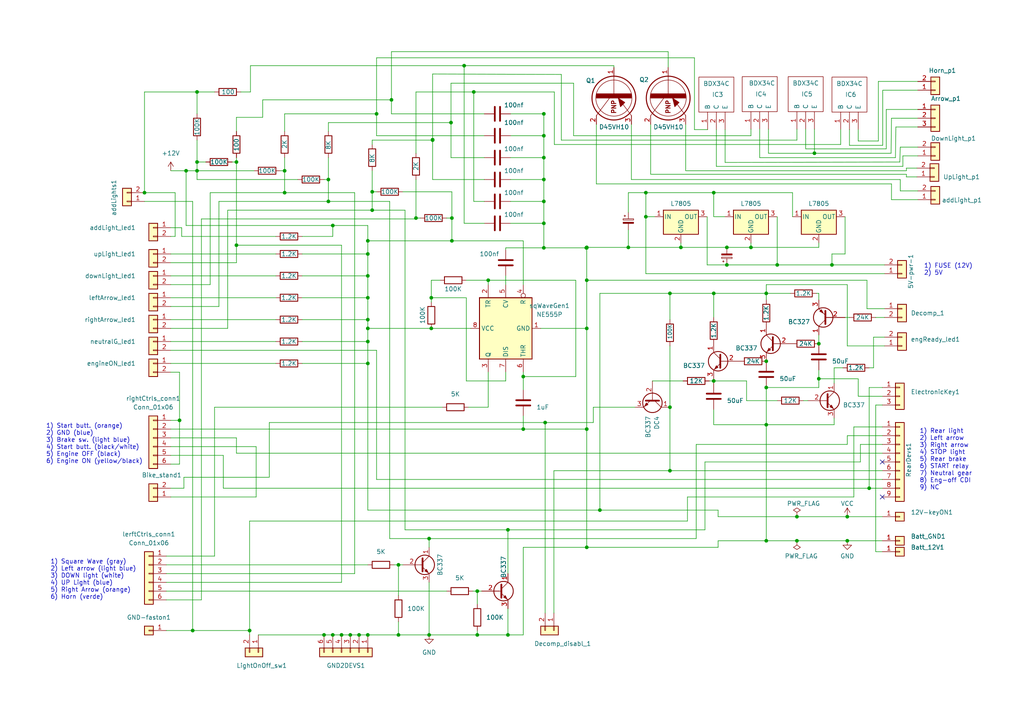
<source format=kicad_sch>
(kicad_sch (version 20211123) (generator eeschema)
  (paper "A4")
  (title_block (title "Motorbike lights and services controller") (date "2022-08-24") (rev "4.0") (company "Panicosoft") (comment 1 "Everything in a single board (With BDX34C PNP transistors). No daylight") (comment 2 "Additional front light management added") (comment 3 "12/5V DC converter added. (For USB recharger)") (comment 4 "Bike-stand and decompressor management circuit added") (comment 5 "Electronic key-lock management added"))
  (junction (at 157.734 39.37))
  (junction (at 125.095 86.36))
  (junction (at 170.18 71.882))
  (junction (at 225.425 76.835))
  (junction (at 131.064 63.246))
  (junction (at 109.22 33.02))
  (junction (at 217.805 71.755))
  (junction (at 194.31 118.11))
  (junction (at 237.49 99.695))
  (junction (at 157.734 71.882))
  (junction (at 147.32 184.15))
  (junction (at 210.82 71.755))
  (junction (at 53.975 49.53))
  (junction (at 157.734 52.07))
  (junction (at 101.6 184.15))
  (junction (at 231.14 156.845))
  (junction (at 137.414 26.67))
  (junction (at 57.15 26.67))
  (junction (at 157.734 58.42))
  (junction (at 157.734 33.02))
  (junction (at 106.68 73.66))
  (junction (at 55.88 182.88))
  (junction (at 57.15 49.53))
  (junction (at 187.325 62.865))
  (junction (at 147.32 153.67))
  (junction (at 106.68 92.71))
  (junction (at 115.57 184.15))
  (junction (at 170.18 124.46))
  (junction (at 68.58 71.12))
  (junction (at 222.25 85.09))
  (junction (at 157.734 64.77))
  (junction (at 52.07 121.92))
  (junction (at 151.765 109.22))
  (junction (at 245.745 156.845))
  (junction (at 207.01 85.09))
  (junction (at 95.25 58.42))
  (junction (at 107.95 55.626))
  (junction (at 106.68 69.85))
  (junction (at 158.115 122.555))
  (junction (at 106.68 99.06))
  (junction (at 106.68 105.41))
  (junction (at 131.064 69.85))
  (junction (at 125.476 40.513))
  (junction (at 106.68 80.01))
  (junction (at 236.22 44.45))
  (junction (at 106.68 95.25))
  (junction (at 106.68 184.15))
  (junction (at 41.91 55.88))
  (junction (at 82.55 49.53))
  (junction (at 124.46 156.21))
  (junction (at 157.734 45.72))
  (junction (at 138.43 184.15))
  (junction (at 173.99 147.955))
  (junction (at 222.25 104.775))
  (junction (at 187.325 55.88))
  (junction (at 222.25 156.845))
  (junction (at 182.245 71.755))
  (junction (at 207.01 55.88))
  (junction (at 222.25 112.395))
  (junction (at 170.053 71.882))
  (junction (at 207.01 110.49))
  (junction (at 245.745 149.86))
  (junction (at 115.57 163.83))
  (junction (at 104.14 184.15))
  (junction (at 194.31 85.09))
  (junction (at 125.095 95.25))
  (junction (at 170.18 71.755))
  (junction (at 72.39 182.88))
  (junction (at 95.25 52.07))
  (junction (at 125.476 40.64))
  (junction (at 124.46 184.15))
  (junction (at 252.095 141.605))
  (junction (at 151.765 124.46))
  (junction (at 170.18 158.75))
  (junction (at 57.15 46.99))
  (junction (at 68.58 46.99))
  (junction (at 237.49 109.855))
  (junction (at 194.31 136.525))
  (junction (at 241.3 76.835))
  (junction (at 231.14 149.86))
  (junction (at 106.68 86.36))
  (junction (at 107.95 60.96))
  (junction (at 197.485 71.755))
  (junction (at 138.43 171.45))
  (junction (at 82.55 55.88))
  (junction (at 210.82 76.835))
  (junction (at 96.52 184.15))
  (junction (at 170.18 81.28))
  (junction (at 99.06 184.15))
  (junction (at 96.52 65.405))
  (junction (at 130.81 35.56))
  (junction (at 170.18 95.25))
  (junction (at 113.538 28.956))
  (junction (at 93.98 184.15))
  (junction (at 134.62 19.05))
  (junction (at 120.65 63.246))
  (junction (at 222.25 123.19))
  (junction (at 141.605 81.28))
  (no_connect (at 255.905 133.985))
  (no_connect (at 255.905 144.145))
  (wire (pts (xy 162.814 21.59) (xy 162.814 40.64)))
  (wire (pts (xy 78.105 138.43) (xy 78.105 122.555)))
  (wire (pts (xy 87.63 80.01) (xy 106.68 80.01)))
  (wire (pts (xy 237.49 97.155) (xy 237.49 99.695)))
  (wire (pts (xy 48.26 163.83) (xy 106.68 163.83)))
  (wire (pts (xy 64.77 132.08) (xy 64.77 141.605)))
  (wire (pts (xy 166.37 24.13) (xy 166.37 39.37)))
  (wire (pts (xy 194.31 85.09) (xy 194.31 92.71)))
  (wire (pts (xy 148.082 64.77) (xy 157.734 64.77)))
  (wire (pts (xy 237.49 112.395) (xy 222.25 112.395)))
  (wire (pts (xy 222.25 85.09) (xy 207.01 85.09)))
  (wire (pts (xy 170.18 71.882) (xy 170.18 81.28)))
  (wire (pts (xy 247.65 144.145) (xy 247.65 123.825)))
  (wire (pts (xy 74.93 184.15) (xy 93.98 184.15)))
  (wire (pts (xy 124.46 184.15) (xy 138.43 184.15)))
  (wire (pts (xy 96.52 184.15) (xy 99.06 184.15)))
  (wire (pts (xy 120.65 63.5) (xy 58.42 63.5)))
  (wire (pts (xy 50.8 55.88) (xy 41.91 55.88)))
  (wire (pts (xy 95.25 45.72) (xy 95.25 52.07)))
  (wire (pts (xy 57.15 49.53) (xy 57.15 46.99)))
  (wire (pts (xy 236.22 37.465) (xy 236.22 44.45)))
  (wire (pts (xy 137.414 26.67) (xy 137.414 58.42)))
  (wire (pts (xy 207.772 48.26) (xy 261.874 48.26)))
  (wire (pts (xy 49.53 121.92) (xy 52.07 121.92)))
  (wire (pts (xy 125.095 86.36) (xy 125.095 87.63)))
  (wire (pts (xy 207.01 62.865) (xy 207.01 55.88)))
  (wire (pts (xy 187.325 62.865) (xy 189.865 62.865)))
  (wire (pts (xy 259.842 36.83) (xy 266.192 36.83)))
  (wire (pts (xy 49.53 95.25) (xy 66.04 95.25)))
  (wire (pts (xy 124.46 156.21) (xy 124.46 158.75)))
  (wire (pts (xy 131.064 69.85) (xy 151.765 69.85)))
  (wire (pts (xy 64.77 141.605) (xy 252.095 141.605)))
  (wire (pts (xy 216.535 116.205) (xy 216.535 110.49)))
  (wire (pts (xy 187.325 79.375) (xy 256.54 79.375)))
  (wire (pts (xy 207.01 55.88) (xy 229.87 55.88)))
  (wire (pts (xy 157.734 58.42) (xy 157.734 64.77)))
  (wire (pts (xy 135.255 110.49) (xy 135.255 86.36)))
  (wire (pts (xy 55.88 58.42) (xy 55.88 182.88)))
  (wire (pts (xy 151.765 69.85) (xy 151.765 82.55)))
  (wire (pts (xy 49.53 144.145) (xy 74.295 144.145)))
  (wire (pts (xy 135.255 86.36) (xy 125.095 86.36)))
  (wire (pts (xy 178.054 19.05) (xy 178.054 19.558)))
  (wire (pts (xy 245.11 73.66) (xy 241.3 73.66)))
  (wire (pts (xy 255.905 128.905) (xy 249.555 128.905)))
  (wire (pts (xy 233.045 116.205) (xy 234.315 116.205)))
  (wire (pts (xy 106.68 95.25) (xy 125.095 95.25)))
  (wire (pts (xy 106.68 184.15) (xy 115.57 184.15)))
  (wire (pts (xy 205.105 76.835) (xy 210.82 76.835)))
  (wire (pts (xy 106.68 80.01) (xy 106.68 86.36)))
  (wire (pts (xy 158.115 122.555) (xy 158.115 177.8)))
  (wire (pts (xy 156.845 95.25) (xy 170.18 95.25)))
  (wire (pts (xy 252.095 112.395) (xy 255.905 112.395)))
  (wire (pts (xy 109.22 16.764) (xy 109.22 33.02)))
  (wire (pts (xy 245.745 126.365) (xy 245.745 128.905)))
  (wire (pts (xy 241.935 121.285) (xy 241.935 123.19)))
  (wire (pts (xy 259.715 45.72) (xy 259.842 36.83)))
  (wire (pts (xy 182.245 55.88) (xy 182.245 61.595)))
  (wire (pts (xy 217.805 37.465) (xy 217.805 39.37)))
  (wire (pts (xy 125.476 40.513) (xy 125.476 21.463)))
  (wire (pts (xy 107.95 60.96) (xy 117.475 60.96)))
  (wire (pts (xy 53.975 49.53) (xy 57.15 49.53)))
  (wire (pts (xy 49.53 76.2) (xy 68.58 76.2)))
  (wire (pts (xy 151.765 107.95) (xy 151.765 109.22)))
  (wire (pts (xy 251.46 89.535) (xy 251.46 81.28)))
  (wire (pts (xy 137.16 171.45) (xy 138.43 171.45)))
  (wire (pts (xy 194.31 118.11) (xy 194.31 136.525)))
  (wire (pts (xy 237.49 109.855) (xy 248.92 109.855)))
  (wire (pts (xy 170.18 71.755) (xy 170.18 71.882)))
  (wire (pts (xy 124.46 156.21) (xy 201.93 156.21)))
  (wire (pts (xy 125.476 52.07) (xy 140.462 52.07)))
  (wire (pts (xy 60.96 55.88) (xy 60.96 82.55)))
  (wire (pts (xy 257.048 43.18) (xy 257.048 31.75)))
  (wire (pts (xy 95.25 58.42) (xy 113.03 58.42)))
  (wire (pts (xy 68.58 34.036) (xy 76.2 34.036)))
  (wire (pts (xy 106.68 69.85) (xy 106.68 65.405)))
  (wire (pts (xy 93.98 184.15) (xy 96.52 184.15)))
  (wire (pts (xy 106.68 69.85) (xy 131.064 69.85)))
  (wire (pts (xy 49.53 132.08) (xy 64.77 132.08)))
  (wire (pts (xy 74.295 144.145) (xy 74.295 129.54)))
  (wire (pts (xy 182.245 71.755) (xy 197.485 71.755)))
  (wire (pts (xy 198.882 49.53) (xy 262.89 49.53)))
  (wire (pts (xy 216.535 110.49) (xy 207.01 110.49)))
  (wire (pts (xy 120.65 63.246) (xy 120.65 63.5)))
  (wire (pts (xy 248.92 109.855) (xy 248.92 114.935)))
  (wire (pts (xy 106.68 69.85) (xy 106.68 73.66)))
  (wire (pts (xy 130.81 35.56) (xy 130.81 45.72)))
  (wire (pts (xy 252.095 141.605) (xy 252.095 112.395)))
  (wire (pts (xy 256.54 100.33) (xy 245.745 100.33)))
  (wire (pts (xy 199.39 144.145) (xy 199.39 151.13)))
  (wire (pts (xy 107.95 49.53) (xy 107.95 55.626)))
  (wire (pts (xy 49.53 68.58) (xy 50.8 68.58)))
  (wire (pts (xy 256.032 42.164) (xy 246.38 42.164)))
  (wire (pts (xy 148.082 33.02) (xy 157.734 33.02)))
  (wire (pts (xy 231.14 149.86) (xy 245.745 149.86)))
  (wire (pts (xy 170.18 71.882) (xy 170.053 71.882)))
  (wire (pts (xy 115.57 163.83) (xy 116.84 163.83)))
  (wire (pts (xy 99.06 71.12) (xy 99.06 168.91)))
  (wire (pts (xy 138.43 171.45) (xy 139.7 171.45)))
  (wire (pts (xy 147.32 153.67) (xy 204.47 153.67)))
  (wire (pts (xy 245.745 100.33) (xy 245.745 82.55)))
  (wire (pts (xy 146.685 80.01) (xy 146.685 82.55)))
  (wire (pts (xy 63.5 88.9) (xy 63.5 58.42)))
  (wire (pts (xy 113.538 33.02) (xy 140.462 33.02)))
  (wire (pts (xy 233.68 43.18) (xy 257.048 43.18)))
  (wire (pts (xy 72.644 26.67) (xy 69.85 26.67)))
  (wire (pts (xy 246.38 37.592) (xy 246.38 42.164)))
  (wire (pts (xy 225.425 116.205) (xy 216.535 116.205)))
  (wire (pts (xy 241.3 76.835) (xy 256.54 76.835)))
  (wire (pts (xy 62.23 26.67) (xy 57.15 26.67)))
  (wire (pts (xy 245.745 156.845) (xy 255.905 156.845)))
  (wire (pts (xy 217.805 71.755) (xy 210.82 71.755)))
  (wire (pts (xy 72.644 19.05) (xy 134.62 19.05)))
  (wire (pts (xy 253.365 106.68) (xy 253.365 97.79)))
  (wire (pts (xy 58.42 173.99) (xy 58.42 63.5)))
  (wire (pts (xy 256.54 89.535) (xy 251.46 89.535)))
  (wire (pts (xy 147.32 184.15) (xy 151.765 184.15)))
  (wire (pts (xy 251.46 81.28) (xy 170.18 81.28)))
  (wire (pts (xy 146.685 107.95) (xy 146.685 110.49)))
  (wire (pts (xy 50.8 68.58) (xy 50.8 55.88)))
  (wire (pts (xy 210.312 47.117) (xy 210.312 37.592)))
  (wire (pts (xy 188.722 50.546) (xy 188.722 36.068)))
  (wire (pts (xy 141.605 107.95) (xy 141.605 118.11)))
  (wire (pts (xy 229.235 85.09) (xy 222.25 85.09)))
  (wire (pts (xy 170.18 71.755) (xy 182.245 71.755)))
  (wire (pts (xy 193.802 14.986) (xy 193.802 19.558)))
  (wire (pts (xy 248.92 37.592) (xy 248.92 40.894)))
  (wire (pts (xy 87.63 68.58) (xy 96.52 68.58)))
  (wire (pts (xy 245.745 149.86) (xy 255.905 149.86)))
  (wire (pts (xy 146.685 71.882) (xy 146.685 72.39)))
  (wire (pts (xy 141.605 82.55) (xy 141.605 81.28)))
  (wire (pts (xy 229.87 55.88) (xy 229.87 62.865)))
  (wire (pts (xy 205.105 76.835) (xy 205.105 62.865)))
  (wire (pts (xy 137.414 26.67) (xy 160.782 26.67)))
  (wire (pts (xy 49.53 80.01) (xy 80.01 80.01)))
  (wire (pts (xy 49.53 127) (xy 68.58 127)))
  (wire (pts (xy 170.18 124.46) (xy 170.18 158.75)))
  (wire (pts (xy 141.605 81.28) (xy 135.255 81.28)))
  (wire (pts (xy 129.54 63.246) (xy 131.064 63.246)))
  (wire (pts (xy 109.22 101.6) (xy 49.53 101.6)))
  (wire (pts (xy 109.22 101.6) (xy 109.22 139.065)))
  (wire (pts (xy 125.476 40.64) (xy 125.476 52.07)))
  (wire (pts (xy 48.26 168.91) (xy 99.06 168.91)))
  (wire (pts (xy 138.43 171.45) (xy 138.43 175.26)))
  (wire (pts (xy 109.22 39.37) (xy 140.462 39.37)))
  (wire (pts (xy 68.58 127) (xy 68.58 131.445)))
  (wire (pts (xy 49.53 107.95) (xy 52.07 107.95)))
  (wire (pts (xy 60.96 55.88) (xy 82.55 55.88)))
  (wire (pts (xy 87.63 73.66) (xy 106.68 73.66)))
  (wire (pts (xy 262.89 51.308) (xy 262.89 50.546)))
  (wire (pts (xy 48.26 171.45) (xy 129.54 171.45)))
  (wire (pts (xy 194.31 136.525) (xy 255.905 136.525)))
  (wire (pts (xy 95.25 38.1) (xy 95.25 35.56)))
  (wire (pts (xy 262.89 50.546) (xy 188.722 50.546)))
  (wire (pts (xy 256.032 26.162) (xy 266.192 26.162)))
  (wire (pts (xy 135.89 118.11) (xy 141.605 118.11)))
  (wire (pts (xy 113.538 28.956) (xy 113.538 33.02)))
  (wire (pts (xy 208.28 156.845) (xy 208.28 158.75)))
  (wire (pts (xy 173.99 147.955) (xy 173.99 85.09)))
  (wire (pts (xy 52.705 68.58) (xy 52.705 66.04)))
  (wire (pts (xy 254 117.475) (xy 255.905 117.475)))
  (wire (pts (xy 254 160.02) (xy 254 117.475)))
  (wire (pts (xy 67.31 46.99) (xy 68.58 46.99)))
  (wire (pts (xy 237.49 109.855) (xy 237.49 112.395)))
  (wire (pts (xy 96.52 65.405) (xy 96.52 68.58)))
  (wire (pts (xy 48.26 166.37) (xy 102.87 166.37)))
  (wire (pts (xy 57.15 26.67) (xy 57.15 33.02)))
  (wire (pts (xy 170.18 81.28) (xy 170.18 95.25)))
  (wire (pts (xy 157.734 45.72) (xy 157.734 52.07)))
  (wire (pts (xy 208.28 149.86) (xy 231.14 149.86)))
  (wire (pts (xy 106.68 92.71) (xy 106.68 86.36)))
  (wire (pts (xy 243.84 37.592) (xy 243.84 41.91)))
  (wire (pts (xy 93.98 52.07) (xy 95.25 52.07)))
  (wire (pts (xy 49.53 73.66) (xy 80.01 73.66)))
  (wire (pts (xy 194.31 85.09) (xy 207.01 85.09)))
  (wire (pts (xy 113.538 14.986) (xy 193.802 14.986)))
  (wire (pts (xy 125.476 21.463) (xy 162.814 21.59)))
  (wire (pts (xy 62.23 118.11) (xy 62.23 161.29)))
  (wire (pts (xy 109.22 39.37) (xy 109.22 33.02)))
  (wire (pts (xy 151.765 109.22) (xy 151.765 113.03)))
  (wire (pts (xy 131.064 63.246) (xy 131.064 69.85)))
  (wire (pts (xy 107.95 55.626) (xy 109.22 55.626)))
  (wire (pts (xy 204.47 153.67) (xy 204.47 133.985)))
  (wire (pts (xy 157.734 32.893) (xy 157.734 33.02)))
  (wire (pts (xy 113.03 58.42) (xy 113.03 156.21)))
  (wire (pts (xy 237.49 71.755) (xy 217.805 71.755)))
  (wire (pts (xy 237.49 107.315) (xy 237.49 109.855)))
  (wire (pts (xy 76.2 28.956) (xy 76.2 34.036)))
  (wire (pts (xy 120.65 52.07) (xy 120.65 63.246)))
  (wire (pts (xy 207.01 109.855) (xy 207.01 110.49)))
  (wire (pts (xy 167.005 109.22) (xy 151.765 109.22)))
  (wire (pts (xy 254.762 40.894) (xy 254.762 23.622)))
  (wire (pts (xy 130.81 35.56) (xy 130.81 24.13)))
  (wire (pts (xy 197.485 70.485) (xy 197.485 71.755)))
  (wire (pts (xy 233.68 37.465) (xy 233.68 43.18)))
  (wire (pts (xy 257.048 31.75) (xy 266.192 31.75)))
  (wire (pts (xy 205.74 110.49) (xy 207.01 110.49)))
  (wire (pts (xy 66.04 60.96) (xy 107.95 60.96)))
  (wire (pts (xy 82.55 38.1) (xy 82.55 33.02)))
  (wire (pts (xy 87.63 105.41) (xy 106.68 105.41)))
  (wire (pts (xy 245.11 62.865) (xy 245.11 73.66)))
  (wire (pts (xy 249.555 128.905) (xy 249.555 133.985)))
  (wire (pts (xy 254 92.075) (xy 256.54 92.075)))
  (wire (pts (xy 78.105 122.555) (xy 158.115 122.555)))
  (wire (pts (xy 261.112 52.07) (xy 183.134 52.07)))
  (wire (pts (xy 57.15 52.07) (xy 57.15 49.53)))
  (wire (pts (xy 210.82 76.835) (xy 225.425 76.835)))
  (wire (pts (xy 245.745 128.905) (xy 201.93 128.905)))
  (wire (pts (xy 208.28 147.955) (xy 208.28 149.86)))
  (wire (pts (xy 120.65 63.246) (xy 121.92 63.246)))
  (wire (pts (xy 259.715 45.72) (xy 220.345 45.72)))
  (wire (pts (xy 57.15 26.67) (xy 41.91 26.67)))
  (wire (pts (xy 115.57 163.83) (xy 115.57 172.72)))
  (wire (pts (xy 106.68 105.41) (xy 106.68 147.955)))
  (wire (pts (xy 76.2 28.956) (xy 113.538 28.956)))
  (wire (pts (xy 134.62 19.05) (xy 134.62 64.77)))
  (wire (pts (xy 68.58 45.72) (xy 68.58 46.99)))
  (wire (pts (xy 135.255 110.49) (xy 146.685 110.49)))
  (wire (pts (xy 205.232 37.592) (xy 201.422 37.592)))
  (wire (pts (xy 99.06 184.15) (xy 101.6 184.15)))
  (wire (pts (xy 138.43 182.88) (xy 138.43 184.15)))
  (wire (pts (xy 170.053 71.882) (xy 170.18 71.755)))
  (wire (pts (xy 160.655 177.8) (xy 160.655 136.525)))
  (wire (pts (xy 148.082 45.72) (xy 157.734 45.72)))
  (wire (pts (xy 147.32 153.67) (xy 117.475 153.67)))
  (wire (pts (xy 220.345 45.72) (xy 220.345 37.465)))
  (wire (pts (xy 241.935 106.68) (xy 244.475 106.68)))
  (wire (pts (xy 80.01 68.58) (xy 52.705 68.58)))
  (wire (pts (xy 72.39 182.88) (xy 55.88 182.88)))
  (wire (pts (xy 138.43 184.15) (xy 147.32 184.15)))
  (wire (pts (xy 68.58 71.12) (xy 68.58 76.2)))
  (wire (pts (xy 258.572 53.34) (xy 258.572 57.912)))
  (wire (pts (xy 101.6 184.15) (xy 104.14 184.15)))
  (wire (pts (xy 170.18 124.46) (xy 151.765 124.46)))
  (wire (pts (xy 57.15 49.53) (xy 73.66 49.53)))
  (wire (pts (xy 187.325 55.88) (xy 182.245 55.88)))
  (wire (pts (xy 157.734 64.77) (xy 157.734 71.882)))
  (wire (pts (xy 99.06 71.12) (xy 68.58 71.12)))
  (wire (pts (xy 87.63 86.36) (xy 106.68 86.36)))
  (wire (pts (xy 81.28 49.53) (xy 82.55 49.53)))
  (wire (pts (xy 157.734 39.37) (xy 157.734 45.72)))
  (wire (pts (xy 254.762 23.622) (xy 266.192 23.622)))
  (wire (pts (xy 208.28 156.845) (xy 222.25 156.845)))
  (wire (pts (xy 236.22 44.45) (xy 222.885 44.45)))
  (wire (pts (xy 252.095 106.68) (xy 253.365 106.68)))
  (wire (pts (xy 260.985 46.99) (xy 210.312 47.117)))
  (wire (pts (xy 107.95 40.64) (xy 107.95 41.91)))
  (wire (pts (xy 49.53 141.605) (xy 53.34 141.605)))
  (wire (pts (xy 266.192 42.672) (xy 261.112 42.672)))
  (wire (pts (xy 148.082 39.37) (xy 157.734 39.37)))
  (wire (pts (xy 173.99 147.955) (xy 208.28 147.955)))
  (wire (pts (xy 49.53 105.41) (xy 80.01 105.41)))
  (wire (pts (xy 127.635 81.28) (xy 125.095 81.28)))
  (wire (pts (xy 189.23 110.49) (xy 198.12 110.49)))
  (wire (pts (xy 255.905 139.065) (xy 109.22 139.065)))
  (wire (pts (xy 106.68 92.71) (xy 106.68 95.25)))
  (wire (pts (xy 120.65 26.67) (xy 137.414 26.67)))
  (wire (pts (xy 253.365 97.79) (xy 256.54 97.79)))
  (wire (pts (xy 130.81 45.72) (xy 140.462 45.72)))
  (wire (pts (xy 237.49 85.09) (xy 236.855 85.09)))
  (wire (pts (xy 162.814 40.64) (xy 231.14 40.64)))
  (wire (pts (xy 198.882 36.068) (xy 198.882 49.53)))
  (wire (pts (xy 134.62 19.05) (xy 178.054 19.05)))
  (wire (pts (xy 107.95 55.626) (xy 107.95 60.96)))
  (wire (pts (xy 151.765 120.65) (xy 151.765 124.46)))
  (wire (pts (xy 95.25 35.56) (xy 130.81 35.56)))
  (wire (pts (xy 107.95 40.64) (xy 125.476 40.64)))
  (wire (pts (xy 53.975 49.53) (xy 53.975 65.405)))
  (wire (pts (xy 172.085 118.11) (xy 172.085 122.555)))
  (wire (pts (xy 124.46 184.15) (xy 115.57 184.15)))
  (wire (pts (xy 262.89 48.768) (xy 262.89 49.53)))
  (wire (pts (xy 243.84 41.91) (xy 160.782 41.91)))
  (wire (pts (xy 261.112 55.372) (xy 261.112 52.07)))
  (wire (pts (xy 222.25 112.395) (xy 222.25 123.19)))
  (wire (pts (xy 158.115 122.555) (xy 172.085 122.555)))
  (wire (pts (xy 57.15 52.07) (xy 86.36 52.07)))
  (wire (pts (xy 245.745 126.365) (xy 255.905 126.365)))
  (wire (pts (xy 148.082 52.07) (xy 157.734 52.07)))
  (wire (pts (xy 249.555 133.985) (xy 204.47 133.985)))
  (wire (pts (xy 82.55 49.53) (xy 82.55 55.88)))
  (wire (pts (xy 172.974 53.34) (xy 258.572 53.34)))
  (wire (pts (xy 252.095 141.605) (xy 255.905 141.605)))
  (wire (pts (xy 172.974 36.068) (xy 172.974 53.34)))
  (wire (pts (xy 49.53 86.36) (xy 80.01 86.36)))
  (wire (pts (xy 68.58 34.036) (xy 68.58 38.1)))
  (wire (pts (xy 231.14 156.845) (xy 245.745 156.845)))
  (wire (pts (xy 170.18 158.75) (xy 151.765 158.75)))
  (wire (pts (xy 106.68 147.955) (xy 173.99 147.955)))
  (wire (pts (xy 217.805 39.37) (xy 166.37 39.37)))
  (wire (pts (xy 160.655 136.525) (xy 194.31 136.525)))
  (wire (pts (xy 72.644 19.05) (xy 72.644 26.67)))
  (wire (pts (xy 146.685 71.882) (xy 157.734 71.882)))
  (wire (pts (xy 194.31 118.11) (xy 194.31 100.33)))
  (wire (pts (xy 106.68 80.01) (xy 106.68 73.66)))
  (wire (pts (xy 130.81 24.13) (xy 166.37 24.13)))
  (wire (pts (xy 225.425 76.835) (xy 241.3 76.835)))
  (wire (pts (xy 210.82 71.755) (xy 197.485 71.755)))
  (wire (pts (xy 245.11 92.075) (xy 246.38 92.075)))
  (wire (pts (xy 261.874 45.212) (xy 261.874 48.26)))
  (wire (pts (xy 95.25 52.07) (xy 95.25 58.42)))
  (wire (pts (xy 125.095 95.25) (xy 136.525 95.25)))
  (wire (pts (xy 172.085 118.11) (xy 184.15 118.11)))
  (wire (pts (xy 72.39 182.88) (xy 72.39 151.13)))
  (wire (pts (xy 117.475 153.67) (xy 117.475 60.96)))
  (wire (pts (xy 72.39 184.15) (xy 72.39 182.88)))
  (wire (pts (xy 187.325 55.88) (xy 207.01 55.88)))
  (wire (pts (xy 207.01 123.19) (xy 222.25 123.19)))
  (wire (pts (xy 207.01 85.09) (xy 207.01 92.075)))
  (wire (pts (xy 207.772 37.592) (xy 207.772 48.26)))
  (wire (pts (xy 115.57 180.34) (xy 115.57 184.15)))
  (wire (pts (xy 265.938 51.308) (xy 262.89 51.308)))
  (wire (pts (xy 147.32 153.67) (xy 147.32 166.37)))
  (wire (pts (xy 68.58 46.99) (xy 68.58 71.12)))
  (wire (pts (xy 255.905 131.445) (xy 68.58 131.445)))
  (wire (pts (xy 134.62 64.77) (xy 140.462 64.77)))
  (wire (pts (xy 124.46 168.91) (xy 124.46 184.15)))
  (wire (pts (xy 62.23 118.11) (xy 128.27 118.11)))
  (wire (pts (xy 49.53 49.53) (xy 53.975 49.53)))
  (wire (pts (xy 207.01 118.745) (xy 207.01 123.19)))
  (wire (pts (xy 82.55 45.72) (xy 82.55 49.53)))
  (wire (pts (xy 52.07 107.95) (xy 52.07 121.92)))
  (wire (pts (xy 266.192 45.212) (xy 261.874 45.212)))
  (wire (pts (xy 183.134 52.07) (xy 183.134 36.068)))
  (wire (pts (xy 53.975 65.405) (xy 96.52 65.405)))
  (wire (pts (xy 261.112 42.672) (xy 260.985 46.99)))
  (wire (pts (xy 41.91 26.67) (xy 41.91 55.88)))
  (wire (pts (xy 57.15 46.99) (xy 57.15 40.64)))
  (wire (pts (xy 247.65 123.825) (xy 255.905 123.825)))
  (wire (pts (xy 137.414 58.42) (xy 140.462 58.42)))
  (wire (pts (xy 41.91 58.42) (xy 55.88 58.42)))
  (wire (pts (xy 241.935 111.125) (xy 241.935 106.68)))
  (wire (pts (xy 113.538 14.986) (xy 113.538 28.956)))
  (wire (pts (xy 157.734 33.02) (xy 157.734 39.37)))
  (wire (pts (xy 237.49 70.485) (xy 237.49 71.755)))
  (wire (pts (xy 63.5 58.42) (xy 95.25 58.42)))
  (wire (pts (xy 258.445 44.45) (xy 236.22 44.45)))
  (wire (pts (xy 266.192 55.372) (xy 261.112 55.372)))
  (wire (pts (xy 199.39 144.145) (xy 247.65 144.145)))
  (wire (pts (xy 147.32 176.53) (xy 147.32 184.15)))
  (wire (pts (xy 66.04 95.25) (xy 66.04 60.96)))
  (wire (pts (xy 207.01 110.49) (xy 207.01 111.125)))
  (wire (pts (xy 49.53 99.06) (xy 80.01 99.06)))
  (wire (pts (xy 52.705 66.04) (xy 49.53 66.04)))
  (wire (pts (xy 170.18 95.25) (xy 170.18 124.46)))
  (wire (pts (xy 210.185 62.865) (xy 207.01 62.865)))
  (wire (pts (xy 151.765 158.75) (xy 151.765 184.15)))
  (wire (pts (xy 82.55 55.88) (xy 102.87 55.88)))
  (wire (pts (xy 237.49 86.995) (xy 237.49 85.09)))
  (wire (pts (xy 222.25 82.55) (xy 222.25 85.09)))
  (wire (pts (xy 96.52 65.405) (xy 106.68 65.405)))
  (wire (pts (xy 201.422 16.764) (xy 109.22 16.764)))
  (wire (pts (xy 52.07 121.92) (xy 52.07 134.62)))
  (wire (pts (xy 222.885 44.45) (xy 222.885 37.465)))
  (wire (pts (xy 106.68 95.25) (xy 106.68 99.06)))
  (wire (pts (xy 82.55 33.02) (xy 109.22 33.02)))
  (wire (pts (xy 187.325 62.865) (xy 187.325 55.88)))
  (wire (pts (xy 258.572 34.29) (xy 258.445 44.45)))
  (wire (pts (xy 60.96 82.55) (xy 49.53 82.55)))
  (wire (pts (xy 151.765 124.46) (xy 49.53 124.46)))
  (wire (pts (xy 48.26 161.29) (xy 62.23 161.29)))
  (wire (pts (xy 55.88 182.88) (xy 48.26 182.88)))
  (wire (pts (xy 231.14 37.465) (xy 231.14 40.64)))
  (wire (pts (xy 258.572 34.29) (xy 266.192 34.29)))
  (wire (pts (xy 102.87 55.88) (xy 102.87 166.37)))
  (wire (pts (xy 201.422 16.764) (xy 201.422 37.592)))
  (wire (pts (xy 173.99 85.09) (xy 194.31 85.09)))
  (wire (pts (xy 141.605 81.28) (xy 167.005 81.28)))
  (wire (pts (xy 201.93 156.21) (xy 201.93 128.905)))
  (wire (pts (xy 104.14 184.15) (xy 106.68 184.15)))
  (wire (pts (xy 222.25 123.19) (xy 222.25 156.845)))
  (wire (pts (xy 241.3 73.66) (xy 241.3 76.835)))
  (wire (pts (xy 258.572 57.912) (xy 266.192 57.912)))
  (wire (pts (xy 116.84 55.626) (xy 131.064 55.626)))
  (wire (pts (xy 131.064 55.626) (xy 131.064 63.246)))
  (wire (pts (xy 208.28 158.75) (xy 170.18 158.75)))
  (wire (pts (xy 49.53 92.71) (xy 80.01 92.71)))
  (wire (pts (xy 106.68 105.41) (xy 106.68 99.06)))
  (wire (pts (xy 248.92 114.935) (xy 255.905 114.935)))
  (wire (pts (xy 255.905 160.02) (xy 254 160.02)))
  (wire (pts (xy 182.245 66.675) (xy 182.245 71.755)))
  (wire (pts (xy 187.325 62.865) (xy 187.325 79.375)))
  (wire (pts (xy 222.25 123.19) (xy 241.935 123.19)))
  (wire (pts (xy 167.005 81.28) (xy 167.005 109.22)))
  (wire (pts (xy 114.3 163.83) (xy 115.57 163.83)))
  (wire (pts (xy 113.03 156.21) (xy 124.46 156.21)))
  (wire (pts (xy 245.745 82.55) (xy 222.25 82.55)))
  (wire (pts (xy 222.25 85.09) (xy 222.25 86.995)))
  (wire (pts (xy 57.15 46.99) (xy 59.69 46.99)))
  (wire (pts (xy 49.53 134.62) (xy 52.07 134.62)))
  (wire (pts (xy 217.805 70.485) (xy 217.805 71.755)))
  (wire (pts (xy 256.032 26.162) (xy 256.032 42.164)))
  (wire (pts (xy 248.92 40.894) (xy 254.762 40.894)))
  (wire (pts (xy 157.734 71.882) (xy 170.053 71.882)))
  (wire (pts (xy 49.53 88.9) (xy 63.5 88.9)))
  (wire (pts (xy 120.65 26.67) (xy 120.65 44.45)))
  (wire (pts (xy 72.39 151.13) (xy 199.39 151.13)))
  (wire (pts (xy 222.25 156.845) (xy 231.14 156.845)))
  (wire (pts (xy 225.425 62.865) (xy 225.425 76.835)))
  (wire (pts (xy 125.095 81.28) (xy 125.095 86.36)))
  (wire (pts (xy 48.26 173.99) (xy 58.42 173.99)))
  (wire (pts (xy 53.34 141.605) (xy 53.34 138.43)))
  (wire (pts (xy 53.34 138.43) (xy 78.105 138.43)))
  (wire (pts (xy 160.782 26.67) (xy 160.782 41.91)))
  (wire (pts (xy 87.63 99.06) (xy 106.68 99.06)))
  (wire (pts (xy 157.734 52.07) (xy 157.734 58.42)))
  (wire (pts (xy 87.63 92.71) (xy 106.68 92.71)))
  (wire (pts (xy 148.082 58.42) (xy 157.734 58.42)))
  (wire (pts (xy 265.938 48.768) (xy 262.89 48.768)))
  (wire (pts (xy 49.53 129.54) (xy 74.295 129.54)))
  (wire (pts (xy 125.476 40.64) (xy 125.476 40.513)))
  (text "1) Start butt. (orange)\n2) GND (blue)\n3) Brake sw. (light blue)\n4) Start butt. (black/white)\n5) Engine OFF (black)\n6) Engine ON (yellow/black)" (at 13.335 134.62 0) (effects (font (size 1.27 1.27)) (justify left bottom)))
  (text "1) Rear light\n2) Left arrow\n3) Right arrow\n4) STOP light\n5) Rear brake\n6) START relay\n7) Neutral gear\n8) Eng-off CDI\n9) NC" (at 266.7 142.24 0) (effects (font (size 1.27 1.27)) (justify left bottom)))
  (text "1) Square Wave (gray)\n2) Left arrow (light blue)\n3) DOWN light (white)\n4) UP Light (blue)\n5) Right Arrow (orange)\n6) Horn (verde)" (at 14.605 173.99 0) (effects (font (size 1.27 1.27)) (justify left bottom)))
  (text "1) FUSE (12V)\n2) 5V" (at 267.97 80.01 0) (effects (font (size 1.27 1.27)) (justify left bottom)))
  (symbol (lib_id "Connector_Generic:Conn_01x02") (at 44.45 144.145 180) (unit 1)
    (property "Reference" "Bike_stand1" (at 52.705 137.795 0) (effects (justify left)))
    (property "Value" "Conn_01x02" (effects hide))
    (property "Footprint" "Connector_PinSocket_2.54mm:PinSocket_1x02_P2.54mm_Vertical" (effects hide))
  )
  (symbol (lib_id "Connector_Generic:Conn_01x02") (at 44.45 73.66 0) (mirror y) (unit 1)
    (property "Reference" "upLight_led1" (at 39.37 73.66 0) (effects (justify left)))
    (property "Value" "Conn_01x02" (effects hide))
    (property "Footprint" "Connector_JST:JST_XH_B2B-XH-AM_1x02_P2.50mm_Vertical" (effects hide))
  )
  (symbol (lib_id "Device:R") (at 57.15 36.83 180) (unit 1)
    (property "Reference" "RBT6" (effects hide))
    (property "Value" "100K" (at 57.15 36.83 90))
    (property "Footprint" "Resistor_THT:R_Axial_DIN0204_L3.6mm_D1.6mm_P7.62mm_Horizontal" (effects hide))
  )
  (symbol (lib_id "Device:C") (at 146.685 76.2 0) (unit 1)
    (property "Reference" "C2" (effects hide))
    (property "Value" "100nf" (at 139.065 73.66 0) (effects (justify left)))
    (property "Footprint" "Capacitor_THT:C_Disc_D6.0mm_W4.4mm_P5.00mm" (effects hide))
  )
  (symbol (lib_id "Connector_Generic:Conn_01x02") (at 261.62 89.535 0) (unit 1)
    (property "Reference" "Decomp_1" (at 264.16 90.805 0) (effects (justify left)))
    (property "Value" "Conn_01x02" (effects hide))
    (property "Footprint" "Connector_PinSocket_2.54mm:PinSocket_1x02_P2.54mm_Vertical" (effects hide))
  )
  (symbol (lib_id "Device:R") (at 95.25 41.91 0) (unit 1)
    (property "Reference" "RTA3" (effects hide))
    (property "Value" "8K" (at 95.25 43.434 90) (effects (justify left)))
    (property "Footprint" "Resistor_THT:R_Axial_DIN0204_L3.6mm_D1.6mm_P7.62mm_Horizontal" (effects hide))
  )
  (symbol (lib_id "Device:C") (at 144.272 39.37 90) (unit 1)
    (property "Reference" "C4" (effects hide))
    (property "Value" "100nf" (at 151.892 35.56 90) (effects (justify left)))
    (property "Footprint" "Capacitor_THT:C_Disc_D6.0mm_W4.4mm_P5.00mm" (effects hide))
  )
  (symbol (lib_id "Device:R") (at 138.43 179.07 180) (unit 1)
    (property "Reference" "RB2" (effects hide))
    (property "Value" "100K" (at 140.97 179.0699 0) (effects (justify right)))
    (property "Footprint" "Resistor_THT:R_Axial_DIN0204_L3.6mm_D1.6mm_P5.08mm_Horizontal" (effects hide))
  )
  (symbol (lib_id "Device:R") (at 248.285 106.68 270) (unit 1)
    (property "Reference" "RA7" (effects hide))
    (property "Value" "1.2K" (at 248.285 106.68 90))
    (property "Footprint" "Resistor_THT:R_Axial_DIN0207_L6.3mm_D2.5mm_P7.62mm_Horizontal" (effects hide))
  )
  (symbol (lib_id "Device:C") (at 144.272 52.07 90) (unit 1)
    (property "Reference" "C6" (effects hide))
    (property "Value" "100nf" (at 151.892 49.53 90) (effects (justify left)))
    (property "Footprint" "Capacitor_THT:C_Disc_D6.0mm_W4.4mm_P5.00mm" (effects hide))
  )
  (symbol (lib_id "Device:C_Polarized_Small") (at 182.245 64.135 0) (unit 1)
    (property "Reference" "C9" (effects hide))
    (property "Value" "C_Polarized_Small" (effects hide))
    (property "Footprint" "Capacitor_THT:CP_Radial_D8.0mm_P2.50mm" (effects hide))
  )
  (symbol (lib_id "Connector_Generic:Conn_01x01") (at 260.985 156.845 0) (unit 1)
    (property "Reference" "Batt_GND1" (at 264.16 155.5749 0) (effects (justify left)))
    (property "Value" "Conn_01x01" (effects hide))
    (property "Footprint" "Connector_Wire:SolderWire-1.5sqmm_1x01_D1.7mm_OD3.9mm" (effects hide))
  )
  (symbol (lib_id "Device:R") (at 110.49 163.83 270) (unit 1)
    (property "Reference" "RA1" (effects hide))
    (property "Value" "5K" (at 110.49 160.02 90))
    (property "Footprint" "Resistor_THT:R_Axial_DIN0207_L6.3mm_D2.5mm_P7.62mm_Horizontal" (effects hide))
  )
  (symbol (lib_id "Transistor_BJT:BC337") (at 239.395 116.205 0) (unit 1)
    (property "Reference" "DC5" (effects hide))
    (property "Value" "BC337" (at 244.475 117.4749 0) (effects (justify left)))
    (property "Footprint" "Package_TO_SOT_THT:TO-92_Inline_Wide" (effects hide))
    (property "Datasheet" "https://diotec.com/tl_files/diotec/files/pdf/datasheets/bc337.pdf" (effects hide))
  )
  (symbol (lib_id "D45VH10:D45VH10") (at 185.674 28.448 270) (unit 1)
    (property "Reference" "Q1" (at 169.926 23.368 90) (effects (justify left)))
    (property "Value" "D45VH10" (at 173.736 36.83 90) (effects (justify left)))
    (property "Footprint" "Package_TO_SOT_THT:TO-220-3_Vertical" (effects hide))
    (property "Datasheet" "https://html.alldatasheet.com/html-pdf/426337/ONSEMI/D45VH10/216/1/D45VH10.html" (effects hide))
  )
  (symbol (lib_id "Connector_Generic:Conn_01x02") (at 36.83 58.42 180) (unit 1)
    (property "Reference" "addLights1" (at 33.02 52.07 90) (effects (justify left)))
    (property "Value" "Conn_01x02" (effects hide))
    (property "Footprint" "Connector_PinSocket_2.54mm:PinSocket_1x02_P2.54mm_Vertical" (effects hide))
  )
  (symbol (lib_id "Connector_Generic:Conn_01x02") (at 44.45 86.36 0) (mirror y) (unit 1)
    (property "Reference" "leftArrow_led1" (at 39.37 86.36 0) (effects (justify left)))
    (property "Value" "Conn_01x02" (effects hide))
    (property "Footprint" "Connector_JST:JST_XH_B2B-XH-AM_1x02_P2.50mm_Vertical" (effects hide))
  )
  (symbol (lib_id "Connector_Generic:Conn_01x02") (at 160.655 182.88 270) (unit 1)
    (property "Reference" "Decomp_disabl_1" (at 154.94 186.69 90) (effects (justify left)))
    (property "Value" "Conn_01x02" (effects hide))
    (property "Footprint" "Connector_PinSocket_2.54mm:PinSocket_1x02_P2.54mm_Vertical" (effects hide))
  )
  (symbol (lib_id "Device:R") (at 83.82 99.06 90) (unit 1)
    (property "Reference" "RL5" (effects hide))
    (property "Value" "1.2K" (at 83.82 99.06 90))
    (property "Footprint" "Resistor_THT:R_Axial_DIN0207_L6.3mm_D2.5mm_P7.62mm_Horizontal" (effects hide))
  )
  (symbol (lib_id "Connector_Generic:Conn_01x02") (at 44.45 99.06 0) (mirror y) (unit 1)
    (property "Reference" "neutralG_led1" (at 39.37 99.06 0) (effects (justify left)))
    (property "Value" "Conn_01x02" (effects hide))
    (property "Footprint" "Connector_JST:JST_XH_B2B-XH-AM_1x02_P2.50mm_Vertical" (effects hide))
  )
  (symbol (lib_id "Connector_Generic:Conn_01x02") (at 44.45 66.04 0) (mirror y) (unit 1)
    (property "Reference" "addLight_led1" (at 39.37 66.04 0) (effects (justify left)))
    (property "Value" "Conn_01x02" (effects hide))
    (property "Footprint" "Connector_JST:JST_XH_B2B-XH-AM_1x02_P2.50mm_Vertical" (effects hide))
  )
  (symbol (lib_id "Connector_Generic:Conn_01x02") (at 271.272 26.162 0) (mirror x) (unit 1)
    (property "Reference" "Horn_p1" (at 269.367 20.447 0) (effects (justify left)))
    (property "Value" "Conn_01x02" (effects hide))
    (property "Footprint" "Connector_Wire:SolderWire-1.5sqmm_1x02_P6mm_D1.7mm_OD3mm" (effects hide))
  )
  (symbol (lib_id "power:GND") (at 245.745 156.845 0) (unit 1)
    (property "Reference" "#PWR0102" (effects hide))
    (property "Value" "GND" (at 245.745 161.29 0))
  )
  (symbol (lib_id "Device:R") (at 90.17 52.07 90) (unit 1)
    (property "Reference" "RBT3" (effects hide))
    (property "Value" "100K" (at 90.17 52.07 90))
    (property "Footprint" "Resistor_THT:R_Axial_DIN0204_L3.6mm_D1.6mm_P5.08mm_Horizontal" (effects hide))
  )
  (symbol (lib_id "Device:R") (at 83.82 80.01 90) (unit 1)
    (property "Reference" "RL2" (effects hide))
    (property "Value" "1.2K" (at 83.82 80.01 90))
    (property "Footprint" "Resistor_THT:R_Axial_DIN0207_L6.3mm_D2.5mm_P7.62mm_Horizontal" (effects hide))
  )
  (symbol (lib_id "Device:C") (at 151.765 116.84 0) (unit 1)
    (property "Reference" "C1" (effects hide))
    (property "Value" "1uF" (at 155.575 118.1099 0) (effects (justify left)))
    (property "Footprint" "Capacitor_THT:CP_Radial_D6.3mm_P2.50mm" (effects hide))
  )
  (symbol (lib_id "Timer:NE555P") (at 146.685 95.25 90) (mirror x) (unit 1)
    (property "Reference" "sqWaveGen1" (at 159.385 88.6712 90))
    (property "Value" "NE555P" (at 159.385 91.2112 90))
    (property "Footprint" "Package_DIP:DIP-8_W7.62mm" (effects hide))
    (property "Datasheet" "http://www.ti.com/lit/ds/symlink/ne555.pdf" (effects hide))
  )
  (symbol (lib_id "Transistor_BJT:BC337") (at 209.55 104.775 0) (mirror y) (unit 1)
    (property "Reference" "DC3" (effects hide))
    (property "Value" "BC337" (at 204.47 106.0449 0) (effects (justify left)))
    (property "Footprint" "Package_TO_SOT_THT:TO-92_Inline_Wide" (effects hide))
    (property "Datasheet" "https://diotec.com/tl_files/diotec/files/pdf/datasheets/bc337.pdf" (effects hide))
  )
  (symbol (lib_id "Device:R") (at 218.44 104.775 270) (unit 1)
    (property "Reference" "RA4" (effects hide))
    (property "Value" "24K" (at 218.44 104.775 90))
    (property "Footprint" "Resistor_THT:R_Axial_DIN0207_L6.3mm_D2.5mm_P7.62mm_Horizontal" (effects hide))
  )
  (symbol (lib_id "Device:R") (at 113.03 55.626 90) (unit 1)
    (property "Reference" "RBT4" (effects hide))
    (property "Value" "100K" (at 113.03 55.626 90))
    (property "Footprint" "Resistor_THT:R_Axial_DIN0204_L3.6mm_D1.6mm_P5.08mm_Horizontal" (effects hide))
  )
  (symbol (lib_id "Connector_Generic:Conn_01x02") (at 44.45 105.41 0) (mirror y) (unit 1)
    (property "Reference" "engineON_led1" (at 39.37 105.41 0) (effects (justify left)))
    (property "Value" "Conn_01x02" (effects hide))
    (property "Footprint" "Connector_JST:JST_XH_B2B-XH-AM_1x02_P2.50mm_Vertical" (effects hide))
  )
  (symbol (lib_id "Connector_Generic:Conn_01x02") (at 44.45 80.01 0) (mirror y) (unit 1)
    (property "Reference" "downLight_led1" (at 39.37 80.01 0) (effects (justify left)))
    (property "Value" "Conn_01x02" (effects hide))
    (property "Footprint" "Connector_JST:JST_XH_B2B-XH-AM_1x02_P2.50mm_Vertical" (effects hide))
  )
  (symbol (lib_id "Regulator_Linear:L7805") (at 197.485 62.865 0) (unit 1)
    (property "Reference" "U1" (effects hide))
    (property "Value" "L7805" (at 197.485 59.055 0))
    (property "Footprint" "Package_TO_SOT_THT:TO-220-3_Vertical" (effects hide))
    (property "Datasheet" "http://www.st.com/content/ccc/resource/technical/document/datasheet/41/4f/b3/b0/12/d4/47/88/CD00000444.pdf/files/CD00000444.pdf/jcr:content/translations/en.CD00000444.pdf" (effects hide))
  )
  (symbol (lib_id "Device:C") (at 144.272 64.77 90) (unit 1)
    (property "Reference" "C8" (effects hide))
    (property "Value" "100nf" (at 151.892 62.23 90) (effects (justify left)))
    (property "Footprint" "Capacitor_THT:C_Disc_D6.0mm_W4.4mm_P5.00mm" (effects hide))
  )
  (symbol (lib_id "power:+12V") (at 49.53 49.53 0) (unit 1)
    (property "Reference" "#PWR0104" (effects hide))
    (property "Value" "+12V" (at 49.53 44.45 0))
  )
  (symbol (lib_id "Transistor_BJT:BC337") (at 144.78 171.45 0) (unit 1)
    (property "Reference" "Q_arr2" (effects hide))
    (property "Value" "BC337" (at 146.05 167.64 90) (effects (justify left)))
    (property "Footprint" "Package_TO_SOT_THT:TO-92_Inline_Wide" (effects hide))
    (property "Datasheet" "https://diotec.com/tl_files/diotec/files/pdf/datasheets/bc337.pdf" (effects hide))
  )
  (symbol (lib_id "BDX34C:BDX34C") (at 217.805 37.465 90) (unit 1)
    (property "Reference" "IC4" (at 219.075 27.305 90) (effects (justify right)))
    (property "Value" "BDX34C" (at 217.17 24.13 90) (effects (justify right)))
    (property "Footprint" "BDX34C:TO270P460X1020X2008-3P" (effects hide))
    (property "Datasheet" "http://www.st.com/web/en/resource/technical/document/datasheet/CD00000901.pdf" (effects hide))
    (property "Description" "BDX34C, Darlington Transistor, PNP 10 A 100 V HFE:750, 3-Pin, TO-220" (effects hide))
    (property "Height" "4.6" (effects hide))
    (property "Manufacturer_Name" "STMicroelectronics" (effects hide))
    (property "Manufacturer_Part_Number" "BDX34C" (effects hide))
    (property "Mouser Part Number" "511-BDX34C" (effects hide))
    (property "Mouser Price/Stock" "https://www.mouser.co.uk/ProductDetail/STMicroelectronics/BDX34C?qs=vrHyyfhkd3JVtBIF%2FbOetQ%3D%3D" (effects hide))
    (property "Arrow Part Number" "BDX34C" (effects hide))
    (property "Arrow Price/Stock" "https://www.arrow.com/en/products/bdx34c/stmicroelectronics" (effects hide))
  )
  (symbol (lib_id "Connector_Generic:Conn_01x01") (at 43.18 182.88 180) (unit 1)
    (property "Reference" "GND-faston1" (at 43.18 179.07 0))
    (property "Value" "Conn_01x01" (effects hide))
    (property "Footprint" "Connector_Wire:SolderWire-0.75sqmm_1x01_D1.25mm_OD2.3mm" (effects hide))
  )
  (symbol (lib_id "Connector_Generic:Conn_01x01") (at 260.985 149.86 0) (unit 1)
    (property "Reference" "12V-keyON1" (at 264.16 148.5899 0) (effects (justify left)))
    (property "Value" "Conn_01x01" (effects hide))
    (property "Footprint" "Connector_Wire:SolderWire-0.5sqmm_1x01_D0.9mm_OD2.1mm" (effects hide))
  )
  (symbol (lib_id "Connector_Generic:Conn_01x06") (at 44.45 127 0) (mirror y) (unit 1)
    (property "Reference" "rightCtrls_conn1" (at 44.45 115.57 0))
    (property "Value" "Conn_01x06" (at 44.45 118.11 0))
    (property "Footprint" "Connector_PinHeader_2.54mm:PinHeader_1x06_P2.54mm_Vertical" (effects hide))
  )
  (symbol (lib_id "Transistor_BJT:BC337") (at 121.92 163.83 0) (unit 1)
    (property "Reference" "Q_arr1" (effects hide))
    (property "Value" "BC337" (at 127.635 167.005 90) (effects (justify left)))
    (property "Footprint" "Package_TO_SOT_THT:TO-92_Inline_Wide" (effects hide))
    (property "Datasheet" "https://diotec.com/tl_files/diotec/files/pdf/datasheets/bc337.pdf" (effects hide))
  )
  (symbol (lib_id "Device:R") (at 194.31 96.52 180) (unit 1)
    (property "Reference" "RB3" (effects hide))
    (property "Value" "100K" (at 194.31 98.425 90) (effects (font (size 1.1 1.1)) (justify right)))
    (property "Footprint" "Resistor_THT:R_Axial_DIN0204_L3.6mm_D1.6mm_P5.08mm_Horizontal" (effects hide))
  )
  (symbol (lib_id "Regulator_Linear:L7805") (at 237.49 62.865 0) (unit 1)
    (property "Reference" "U3" (effects hide))
    (property "Value" "L7805" (at 237.49 59.055 0))
    (property "Footprint" "Package_TO_SOT_THT:TO-220-3_Vertical" (effects hide))
    (property "Datasheet" "http://www.st.com/content/ccc/resource/technical/document/datasheet/41/4f/b3/b0/12/d4/47/88/CD00000444.pdf/files/CD00000444.pdf/jcr:content/translations/en.CD00000444.pdf" (effects hide))
  )
  (symbol (lib_id "Device:C") (at 222.25 108.585 0) (unit 1)
    (property "Reference" "C12" (effects hide))
    (property "Value" "50uF" (at 226.06 109.8549 0) (effects (justify left)))
    (property "Footprint" "Capacitor_THT:CP_Radial_D6.3mm_P2.50mm" (effects hide))
  )
  (symbol (lib_id "Device:R") (at 107.95 45.72 0) (unit 1)
    (property "Reference" "RTA4" (effects hide))
    (property "Value" "8K" (at 107.95 47.244 90) (effects (justify left)))
    (property "Footprint" "Resistor_THT:R_Axial_DIN0204_L3.6mm_D1.6mm_P7.62mm_Horizontal" (effects hide))
  )
  (symbol (lib_id "Device:R") (at 133.35 171.45 270) (unit 1)
    (property "Reference" "RA2" (effects hide))
    (property "Value" "5K" (at 133.35 167.64 90))
    (property "Footprint" "Resistor_THT:R_Axial_DIN0207_L6.3mm_D2.5mm_P7.62mm_Horizontal" (effects hide))
  )
  (symbol (lib_id "Device:R") (at 83.82 86.36 90) (unit 1)
    (property "Reference" "RL3" (effects hide))
    (property "Value" "1.2K" (at 83.82 86.36 90))
    (property "Footprint" "Resistor_THT:R_Axial_DIN0207_L6.3mm_D2.5mm_P7.62mm_Horizontal" (effects hide))
  )
  (symbol (lib_id "Device:C") (at 144.272 58.42 90) (unit 1)
    (property "Reference" "C7" (effects hide))
    (property "Value" "100nf" (at 151.892 55.88 90) (effects (justify left)))
    (property "Footprint" "Capacitor_THT:C_Disc_D6.0mm_W4.4mm_P5.00mm" (effects hide))
  )
  (symbol (lib_id "BDX34C:BDX34C") (at 205.232 37.592 90) (unit 1)
    (property "Reference" "IC3" (at 206.502 27.432 90) (effects (justify right)))
    (property "Value" "BDX34C" (at 203.962 24.257 90) (effects (justify right)))
    (property "Footprint" "BDX34C:TO270P460X1020X2008-3P" (effects hide))
    (property "Datasheet" "http://www.st.com/web/en/resource/technical/document/datasheet/CD00000901.pdf" (effects hide))
    (property "Description" "BDX34C, Darlington Transistor, PNP 10 A 100 V HFE:750, 3-Pin, TO-220" (effects hide))
    (property "Height" "4.6" (effects hide))
    (property "Manufacturer_Name" "STMicroelectronics" (effects hide))
    (property "Manufacturer_Part_Number" "BDX34C" (effects hide))
    (property "Mouser Part Number" "511-BDX34C" (effects hide))
    (property "Mouser Price/Stock" "https://www.mouser.co.uk/ProductDetail/STMicroelectronics/BDX34C?qs=vrHyyfhkd3JVtBIF%2FbOetQ%3D%3D" (effects hide))
    (property "Arrow Part Number" "BDX34C" (effects hide))
    (property "Arrow Price/Stock" "https://www.arrow.com/en/products/bdx34c/stmicroelectronics" (effects hide))
  )
  (symbol (lib_id "Device:R") (at 131.445 81.28 90) (unit 1)
    (property "Reference" "RC1" (effects hide))
    (property "Value" "100K" (at 133.985 83.82 90) (effects (justify left)))
    (property "Footprint" "Resistor_THT:R_Axial_DIN0204_L3.6mm_D1.6mm_P5.08mm_Horizontal" (effects hide))
  )
  (symbol (lib_id "Connector_Generic:Conn_01x02") (at 261.62 79.375 0) (mirror x) (unit 1)
    (property "Reference" "5V-pwr-1" (at 264.16 73.66 90) (effects (justify left)))
    (property "Value" "Conn_01x02" (effects hide))
    (property "Footprint" "Connector_Wire:SolderWire-1.5sqmm_1x02_P6mm_D1.7mm_OD3mm" (effects hide))
  )
  (symbol (lib_id "Device:C") (at 144.272 33.02 90) (unit 1)
    (property "Reference" "C3" (effects hide))
    (property "Value" "100nf" (at 151.892 30.48 90) (effects (justify left)))
    (property "Footprint" "Capacitor_THT:C_Disc_D6.0mm_W4.4mm_P5.00mm" (effects hide))
  )
  (symbol (lib_id "Device:R") (at 82.55 41.91 0) (unit 1)
    (property "Reference" "RTA2" (effects hide))
    (property "Value" "2K" (at 82.55 43.18 90) (effects (justify left)))
    (property "Footprint" "Resistor_THT:R_Axial_DIN0207_L6.3mm_D2.5mm_P7.62mm_Horizontal" (effects hide))
  )
  (symbol (lib_id "Connector_Generic:Conn_01x03") (at 271.272 34.29 0) (unit 1)
    (property "Reference" "Arrow_p1" (at 270.002 28.575 0) (effects (justify left)))
    (property "Value" "Conn_01x03" (effects hide))
    (property "Footprint" "Connector_Wire:SolderWire-1.5sqmm_1x03_P6mm_D1.7mm_OD3mm" (effects hide))
  )
  (symbol (lib_id "Device:R") (at 83.82 105.41 90) (unit 1)
    (property "Reference" "RL6" (effects hide))
    (property "Value" "1.2K" (at 83.82 105.41 90))
    (property "Footprint" "Resistor_THT:R_Axial_DIN0207_L6.3mm_D2.5mm_P7.62mm_Horizontal" (effects hide))
  )
  (symbol (lib_id "BDX34C:BDX34C") (at 231.14 37.465 90) (unit 1)
    (property "Reference" "IC5" (at 232.41 27.305 90) (effects (justify right)))
    (property "Value" "BDX34C" (at 229.87 24.13 90) (effects (justify right)))
    (property "Footprint" "BDX34C:TO270P460X1020X2008-3P" (effects hide))
    (property "Datasheet" "http://www.st.com/web/en/resource/technical/document/datasheet/CD00000901.pdf" (effects hide))
    (property "Description" "BDX34C, Darlington Transistor, PNP 10 A 100 V HFE:750, 3-Pin, TO-220" (effects hide))
    (property "Height" "4.6" (effects hide))
    (property "Manufacturer_Name" "STMicroelectronics" (effects hide))
    (property "Manufacturer_Part_Number" "BDX34C" (effects hide))
    (property "Mouser Part Number" "511-BDX34C" (effects hide))
    (property "Mouser Price/Stock" "https://www.mouser.co.uk/ProductDetail/STMicroelectronics/BDX34C?qs=vrHyyfhkd3JVtBIF%2FbOetQ%3D%3D" (effects hide))
    (property "Arrow Part Number" "BDX34C" (effects hide))
    (property "Arrow Price/Stock" "https://www.arrow.com/en/products/bdx34c/stmicroelectronics" (effects hide))
  )
  (symbol (lib_id "Device:R") (at 207.01 95.885 180) (unit 1)
    (property "Reference" "RL8" (effects hide))
    (property "Value" "1.2K" (at 207.01 95.885 90))
    (property "Footprint" "Resistor_THT:R_Axial_DIN0207_L6.3mm_D2.5mm_P7.62mm_Horizontal" (effects hide))
  )
  (symbol (lib_id "Device:R") (at 201.93 110.49 270) (unit 1)
    (property "Reference" "RA3" (effects hide))
    (property "Value" "12K" (at 201.93 110.49 90))
    (property "Footprint" "Resistor_THT:R_Axial_DIN0207_L6.3mm_D2.5mm_P7.62mm_Horizontal" (effects hide))
  )
  (symbol (lib_id "Device:R") (at 233.68 99.695 270) (unit 1)
    (property "Reference" "RA6" (effects hide))
    (property "Value" "24K" (at 233.68 99.695 90))
    (property "Footprint" "Resistor_THT:R_Axial_DIN0207_L6.3mm_D2.5mm_P7.62mm_Horizontal" (effects hide))
  )
  (symbol (lib_id "Connector_Generic:Conn_01x01") (at 260.985 160.02 0) (unit 1)
    (property "Reference" "Batt_12V1" (at 264.16 158.7499 0) (effects (justify left)))
    (property "Value" "Conn_01x01" (effects hide))
    (property "Footprint" "Connector_Wire:SolderWire-0.5sqmm_1x01_D0.9mm_OD2.1mm" (effects hide))
  )
  (symbol (lib_id "Transistor_BJT:BC327") (at 240.03 92.075 180) (unit 1)
    (property "Reference" "DC1" (effects hide))
    (property "Value" "BC327" (at 234.95 93.3449 0) (effects (justify left)))
    (property "Footprint" "Package_TO_SOT_THT:TO-92_Inline_Wide" (effects hide))
    (property "Datasheet" "http://www.onsemi.com/pub_link/Collateral/BC327-D.PDF" (effects hide))
  )
  (symbol (lib_id "Device:R") (at 250.19 92.075 270) (unit 1)
    (property "Reference" "RA8" (effects hide))
    (property "Value" "24K" (at 250.19 92.075 90))
    (property "Footprint" "Resistor_THT:R_Axial_DIN0207_L6.3mm_D2.5mm_P7.62mm_Horizontal" (effects hide))
  )
  (symbol (lib_id "Device:C_Polarized_Small") (at 210.82 74.295 0) (mirror x) (unit 1)
    (property "Reference" "C10" (effects hide))
    (property "Value" "C_Polarized_Small" (effects hide))
    (property "Footprint" "Capacitor_THT:CP_Radial_D8.0mm_P2.50mm" (effects hide))
  )
  (symbol (lib_id "Connector_Generic:Conn_01x09") (at 260.985 133.985 0) (unit 1)
    (property "Reference" "RearDevs1" (at 263.525 138.43 90) (effects (justify left)))
    (property "Value" "Conn_01x09" (effects hide))
    (property "Footprint" "Connector_PinHeader_2.54mm:PinHeader_1x09_P2.54mm_Vertical" (effects hide))
  )
  (symbol (lib_id "power:GND") (at 124.46 184.15 0) (unit 1)
    (property "Reference" "#PWR0101" (effects hide))
    (property "Value" "GND" (at 124.46 189.23 0))
  )
  (symbol (lib_id "Device:C") (at 207.01 114.935 0) (unit 1)
    (property "Reference" "C11" (effects hide))
    (property "Value" "50uF" (at 210.82 116.2049 0) (effects (justify left)))
    (property "Footprint" "Capacitor_THT:CP_Radial_D6.3mm_P2.50mm" (effects hide))
  )
  (symbol (lib_id "power:PWR_FLAG") (at 231.14 156.845 180) (unit 1)
    (property "Reference" "#FLG0101" (effects hide))
    (property "Value" "PWR_FLAG" (at 232.41 161.29 0))
  )
  (symbol (lib_id "Device:R") (at 125.73 63.246 90) (unit 1)
    (property "Reference" "BT5" (effects hide))
    (property "Value" "100K" (at 125.73 63.246 90))
    (property "Footprint" "Resistor_THT:R_Axial_DIN0204_L3.6mm_D1.6mm_P5.08mm_Horizontal" (effects hide))
  )
  (symbol (lib_id "Device:R") (at 66.04 26.67 90) (unit 1)
    (property "Reference" "RTA6" (effects hide))
    (property "Value" "100" (at 68.072 26.67 90) (effects (justify left)))
    (property "Footprint" "Resistor_THT:R_Axial_DIN0516_L15.5mm_D5.0mm_P20.32mm_Horizontal" (effects hide))
  )
  (symbol (lib_id "power:VCC") (at 245.745 149.86 0) (unit 1)
    (property "Reference" "#PWR0103" (effects hide))
    (property "Value" "VCC" (at 245.745 146.05 0))
  )
  (symbol (lib_id "Connector_Generic:Conn_01x06") (at 101.6 189.23 270) (unit 1)
    (property "Reference" "GND2DEVS1" (at 100.33 193.04 90))
    (property "Value" "Conn_01x06" (effects hide))
    (property "Footprint" "Connector_Wire:SolderWire-1sqmm_1x06_P7.8mm_D1.4mm_OD3.9mm" (effects hide))
  )
  (symbol (lib_id "Connector_Generic:Conn_01x02") (at 74.93 189.23 270) (unit 1)
    (property "Reference" "LightOnOff_sw1" (at 68.58 193.04 90) (effects (justify left)))
    (property "Value" "Conn_01x02" (effects hide))
    (property "Footprint" "Connector_PinSocket_2.54mm:PinSocket_1x02_P2.54mm_Vertical" (effects hide))
  )
  (symbol (lib_id "Device:R") (at 125.095 91.44 0) (unit 1)
    (property "Reference" "RC2" (effects hide))
    (property "Value" "100K" (at 122.555 93.98 90) (effects (justify left)))
    (property "Footprint" "Resistor_THT:R_Axial_DIN0204_L3.6mm_D1.6mm_P5.08mm_Horizontal" (effects hide))
  )
  (symbol (lib_id "Device:R") (at 68.58 41.91 0) (unit 1)
    (property "Reference" "RTA1" (effects hide))
    (property "Value" "100" (at 68.58 43.942 90) (effects (justify left)))
    (property "Footprint" "Resistor_THT:R_Axial_DIN0516_L15.5mm_D5.0mm_P20.32mm_Horizontal" (effects hide))
  )
  (symbol (lib_id "Device:R") (at 63.5 46.99 90) (unit 1)
    (property "Reference" "RBT1" (effects hide))
    (property "Value" "100K" (at 63.5 46.99 90))
    (property "Footprint" "Resistor_THT:R_Axial_DIN0204_L3.6mm_D1.6mm_P7.62mm_Horizontal" (effects hide))
  )
  (symbol (lib_id "Device:R") (at 222.25 90.805 180) (unit 1)
    (property "Reference" "RL9" (effects hide))
    (property "Value" "1.2K" (at 222.25 90.805 90))
    (property "Footprint" "Resistor_THT:R_Axial_DIN0207_L6.3mm_D2.5mm_P7.62mm_Horizontal" (effects hide))
  )
  (symbol (lib_id "Device:R") (at 83.82 73.66 90) (unit 1)
    (property "Reference" "RL1" (effects hide))
    (property "Value" "1.2K" (at 83.82 73.66 90))
    (property "Footprint" "Resistor_THT:R_Axial_DIN0207_L6.3mm_D2.5mm_P7.62mm_Horizontal" (effects hide))
  )
  (symbol (lib_id "Device:R") (at 83.82 92.71 90) (unit 1)
    (property "Reference" "RL4" (effects hide))
    (property "Value" "1.2K" (at 83.82 92.71 90))
    (property "Footprint" "Resistor_THT:R_Axial_DIN0207_L6.3mm_D2.5mm_P7.62mm_Horizontal" (effects hide))
  )
  (symbol (lib_id "Device:C") (at 144.272 45.72 90) (unit 1)
    (property "Reference" "C5" (effects hide))
    (property "Value" "100nf" (at 151.892 43.18 90) (effects (justify left)))
    (property "Footprint" "Capacitor_THT:C_Disc_D6.0mm_W4.4mm_P5.00mm" (effects hide))
  )
  (symbol (lib_id "Connector_Generic:Conn_01x06") (at 43.18 166.37 0) (mirror y) (unit 1)
    (property "Reference" "lerftCtrls_conn1" (at 43.18 154.94 0))
    (property "Value" "Conn_01x06" (at 43.18 157.48 0))
    (property "Footprint" "Connector_PinHeader_2.54mm:PinHeader_1x06_P2.54mm_Vertical" (effects hide))
  )
  (symbol (lib_id "Connector_Generic:Conn_01x03") (at 260.985 114.935 0) (unit 1)
    (property "Reference" "ElectronicKey1" (at 264.16 113.6649 0) (effects (justify left)))
    (property "Value" "Conn_01x03" (effects hide))
    (property "Footprint" "Connector_PinHeader_2.54mm:PinHeader_1x03_P2.54mm_Vertical" (effects hide))
  )
  (symbol (lib_id "Device:R") (at 120.65 48.26 0) (unit 1)
    (property "Reference" "RTA5" (effects hide))
    (property "Value" "2K" (at 120.65 49.53 90) (effects (justify left)))
    (property "Footprint" "Resistor_THT:R_Axial_DIN0207_L6.3mm_D2.5mm_P7.62mm_Horizontal" (effects hide))
  )
  (symbol (lib_id "Device:R") (at 229.235 116.205 270) (unit 1)
    (property "Reference" "RA5" (effects hide))
    (property "Value" "12K" (at 229.235 116.205 90))
    (property "Footprint" "Resistor_THT:R_Axial_DIN0207_L6.3mm_D2.5mm_P7.62mm_Horizontal" (effects hide))
  )
  (symbol (lib_id "Regulator_Linear:L7805") (at 217.805 62.865 0) (unit 1)
    (property "Reference" "U2" (effects hide))
    (property "Value" "L7805" (at 217.805 59.055 0))
    (property "Footprint" "Package_TO_SOT_THT:TO-220-3_Vertical" (effects hide))
    (property "Datasheet" "http://www.st.com/content/ccc/resource/technical/document/datasheet/41/4f/b3/b0/12/d4/47/88/CD00000444.pdf/files/CD00000444.pdf/jcr:content/translations/en.CD00000444.pdf" (effects hide))
  )
  (symbol (lib_id "Connector_Generic:Conn_01x02") (at 271.272 57.912 0) (mirror x) (unit 1)
    (property "Reference" "addLight_p1" (at 273.177 58.039 0) (effects (justify left)))
    (property "Value" "Conn_01x02" (effects hide))
    (property "Footprint" "Connector_Wire:SolderWire-1.5sqmm_1x02_P6mm_D1.7mm_OD3mm" (effects hide))
  )
  (symbol (lib_id "Transistor_BJT:BC337") (at 189.23 115.57 270) (unit 1)
    (property "Reference" "DC4" (at 190.5001 120.65 0) (effects (justify left)))
    (property "Value" "BC337" (at 187.9601 120.65 0) (effects (justify left)))
    (property "Footprint" "Package_TO_SOT_THT:TO-92_Inline_Wide" (effects hide))
    (property "Datasheet" "https://diotec.com/tl_files/diotec/files/pdf/datasheets/bc337.pdf" (effects hide))
  )
  (symbol (lib_id "Device:R") (at 132.08 118.11 270) (unit 1)
    (property "Reference" "RE1" (effects hide))
    (property "Value" "5K" (at 132.08 114.3 90))
    (property "Footprint" "Resistor_THT:R_Axial_DIN0207_L6.3mm_D2.5mm_P7.62mm_Horizontal" (effects hide))
  )
  (symbol (lib_id "Device:R") (at 233.045 85.09 270) (unit 1)
    (property "Reference" "RL10" (effects hide))
    (property "Value" "1.2K" (at 233.045 85.09 90))
    (property "Footprint" "Resistor_THT:R_Axial_DIN0207_L6.3mm_D2.5mm_P7.62mm_Horizontal" (effects hide))
  )
  (symbol (lib_id "Device:R") (at 77.47 49.53 90) (unit 1)
    (property "Reference" "RBT2" (effects hide))
    (property "Value" "100K" (at 77.47 49.53 90))
    (property "Footprint" "Resistor_THT:R_Axial_DIN0204_L3.6mm_D1.6mm_P5.08mm_Horizontal" (effects hide))
  )
  (symbol (lib_id "Connector_Generic:Conn_01x02") (at 44.45 92.71 0) (mirror y) (unit 1)
    (property "Reference" "rightArrow_led1" (at 39.37 92.71 0) (effects (justify left)))
    (property "Value" "Conn_01x02" (effects hide))
    (property "Footprint" "Connector_JST:JST_XH_B2B-XH-AM_1x02_P2.50mm_Vertical" (effects hide))
  )
  (symbol (lib_id "BDX34C:BDX34C") (at 243.84 37.592 90) (unit 1)
    (property "Reference" "IC6" (at 245.11 27.432 90) (effects (justify right)))
    (property "Value" "BDX34C" (at 242.57 24.257 90) (effects (justify right)))
    (property "Footprint" "BDX34C:TO270P460X1020X2008-3P" (effects hide))
    (property "Datasheet" "http://www.st.com/web/en/resource/technical/document/datasheet/CD00000901.pdf" (effects hide))
    (property "Description" "BDX34C, Darlington Transistor, PNP 10 A 100 V HFE:750, 3-Pin, TO-220" (effects hide))
    (property "Height" "4.6" (effects hide))
    (property "Manufacturer_Name" "STMicroelectronics" (effects hide))
    (property "Manufacturer_Part_Number" "BDX34C" (effects hide))
    (property "Mouser Part Number" "511-BDX34C" (effects hide))
    (property "Mouser Price/Stock" "https://www.mouser.co.uk/ProductDetail/STMicroelectronics/BDX34C?qs=vrHyyfhkd3JVtBIF%2FbOetQ%3D%3D" (effects hide))
    (property "Arrow Part Number" "BDX34C" (effects hide))
    (property "Arrow Price/Stock" "https://www.arrow.com/en/products/bdx34c/stmicroelectronics" (effects hide))
  )
  (symbol (lib_id "power:PWR_FLAG") (at 231.14 149.86 0) (unit 1)
    (property "Reference" "#FLG0102" (effects hide))
    (property "Value" "PWR_FLAG" (at 233.045 146.05 0))
  )
  (symbol (lib_id "Device:R") (at 115.57 176.53 180) (unit 1)
    (property "Reference" "RB1" (effects hide))
    (property "Value" "100K" (at 118.11 176.5299 0) (effects (justify right)))
    (property "Footprint" "Resistor_THT:R_Axial_DIN0204_L3.6mm_D1.6mm_P5.08mm_Horizontal" (effects hide))
  )
  (symbol (lib_id "Connector_Generic:Conn_01x02") (at 271.272 45.212 0) (mirror x) (unit 1)
    (property "Reference" "DownLight_p1" (at 270.002 40.132 0) (effects (justify left)))
    (property "Value" "Conn_01x02" (effects hide))
    (property "Footprint" "Connector_Wire:SolderWire-1.5sqmm_1x02_P6mm_D1.7mm_OD3mm" (effects hide))
  )
  (symbol (lib_id "Device:C") (at 237.49 103.505 0) (unit 1)
    (property "Reference" "C13" (effects hide))
    (property "Value" "50uF" (at 241.3 104.7749 0) (effects (justify left)))
    (property "Footprint" "Capacitor_THT:CP_Radial_D6.3mm_P2.50mm" (effects hide))
  )
  (symbol (lib_id "D45VH10:D45VH10") (at 201.422 28.448 270) (unit 1)
    (property "Reference" "Q2" (at 185.42 23.114 90) (effects (justify left)))
    (property "Value" "D45VH10" (at 189.484 36.83 90) (effects (justify left)))
    (property "Footprint" "Package_TO_SOT_THT:TO-220-3_Vertical" (effects hide))
    (property "Datasheet" "https://html.alldatasheet.com/html-pdf/426337/ONSEMI/D45VH10/216/1/D45VH10.html" (effects hide))
  )
  (symbol (lib_id "Connector_Generic:Conn_01x02") (at 261.62 100.33 0) (mirror x) (unit 1)
    (property "Reference" "engReady_led1" (at 264.16 98.425 0) (effects (justify left)))
    (property "Value" "Conn_01x02" (effects hide))
    (property "Footprint" "Connector_JST:JST_XH_B2B-XH-AM_1x02_P2.50mm_Vertical" (effects hide))
  )
  (symbol (lib_id "Device:R") (at 83.82 68.58 90) (unit 1)
    (property "Reference" "RL7" (effects hide))
    (property "Value" "1.2K" (at 83.82 68.58 90))
    (property "Footprint" "Resistor_THT:R_Axial_DIN0207_L6.3mm_D2.5mm_P7.62mm_Horizontal" (effects hide))
  )
  (symbol (lib_id "Transistor_BJT:BC337") (at 224.79 99.695 0) (mirror y) (unit 1)
    (property "Reference" "DC2" (effects hide))
    (property "Value" "BC337" (at 219.71 100.9649 0) (effects (justify left)))
    (property "Footprint" "Package_TO_SOT_THT:TO-92_Inline_Wide" (effects hide))
    (property "Datasheet" "https://diotec.com/tl_files/diotec/files/pdf/datasheets/bc337.pdf" (effects hide))
  )
  (symbol (lib_id "Connector_Generic:Conn_01x02") (at 271.018 51.308 0) (mirror x) (unit 1)
    (property "Reference" "UpLight_p1" (at 273.558 51.308 0) (effects (justify left)))
    (property "Value" "Conn_01x02" (effects hide))
    (property "Footprint" "Connector_Wire:SolderWire-1.5sqmm_1x02_P6mm_D1.7mm_OD3mm" (effects hide))
  )
)
</source>
